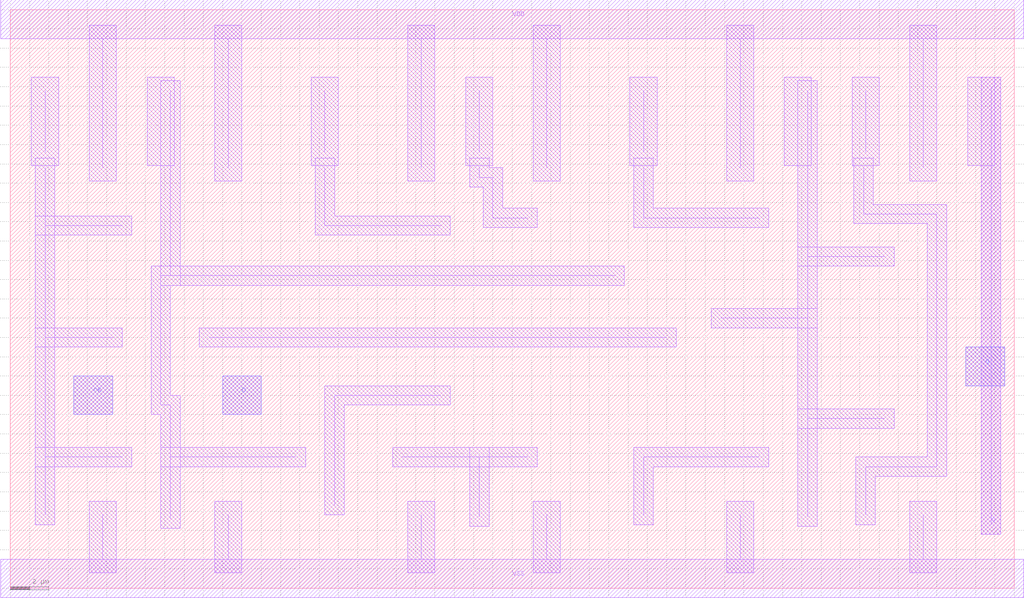
<source format=lef>
VERSION 5.5 ;
NAMESCASESENSITIVE ON ;
BUSBITCHARS "[]" ;
DIVIDERCHAR "/" ;

MACRO dff1
  CLASS CORE ;
  SOURCE USER ;
  ORIGIN 0 0 ;
  SIZE 52.000 BY 30.000 ;
  SYMMETRY X Y ;
  SITE unit ;
  
  PIN CK
    USE SIGNAL ; ;
    PORT
      LAYER ML2 ;
        POLYGON 3.300 9.000  3.300 11.000  5.300 11.000  5.300 9.000  3.300 
        9.000  ;
    END
    PORT
      LAYER ML1 ;
        POLYGON 3.300 9.000  3.300 11.000  5.300 11.000  5.300 9.000  3.300 
        9.000  ;
    END
  END CK
  PIN D
    USE SIGNAL ; ;
    PORT
      LAYER ML1 ;
        POLYGON 11.000 9.000  11.000 11.000  13.000 11.000  13.000 9.000  
        11.000 9.000  ;
    END
    PORT
      LAYER ML2 ;
        POLYGON 11.000 9.000  11.000 11.000  13.000 11.000  13.000 9.000  
        11.000 9.000  ;
    END
  END D
  PIN Q
    USE SIGNAL ; ;
    PORT
      LAYER ML1 ;
        WIDTH 1.000  ;
        PATH 50.800 3.300 50.800 26.000  ;
    END
    PORT
      LAYER ML1 ;
        POLYGON 49.500 10.500  49.500 12.500  51.500 12.500  51.500 10.500  
        49.500 10.500  ;
    END
    PORT
      LAYER ML2 ;
        POLYGON 49.500 10.500  49.500 12.500  51.500 12.500  51.500 10.500  
        49.500 10.500  ;
    END
  END Q
  PIN VDD
    USE POWER ;
    PORT
      LAYER ML1 ;
        RECT -0.500 28.500  52.500 30.500  ;
    END
  END VDD
  PIN VSS
     USE GROUND ;
    PORT
      LAYER ML1 ;
        RECT -0.500 -0.500  52.500 1.500  ;
    END
  END VSS
  OBS

    LAYER ML1 ;
      WIDTH 1.400  ;
      PATH 1.800 22.600 1.800 25.800  ;

      WIDTH 1.400  ;
      PATH 50.300 22.600 50.300 25.800  ;
      WIDTH 1.000  ;
      PATH 1.800 3.800 1.800 21.800  ;
      WIDTH 1.000  ;
      PATH 5.800 18.800 1.800 18.800  ;
      WIDTH 1.000  ;
      PATH 5.300 13.000 1.800 13.000  ;
      WIDTH 1.000  ;
      PATH 5.800 6.800 1.800 6.800  ;
      WIDTH 1.000  ;
      PATH 8.300 25.800 8.300 16.200  ;
      WIDTH 1.000  ;
      PATH 14.800 6.800 8.300 6.800  ;
      WIDTH 1.000  ;
      PATH 8.300 3.600 8.300 9.500 7.800 9.500 7.800 16.200 31.300 16.200  ;
      WIDTH 1.000  ;
      PATH 16.300 21.800 16.300 18.800 22.300 18.800  ;
      WIDTH 1.000  ;
      PATH 26.800 19.200 25.000 19.200 25.000 21.300 24.300 21.300 24.300 
      21.800  ;
      WIDTH 1.000  ;
      PATH 38.800 19.200 32.800 19.200 32.800 21.800  ;
      WIDTH 1.000  ;
      PATH 41.300 25.800 41.300 3.700  ;
      WIDTH 1.000  ;
      PATH 45.300 8.800 41.300 8.800  ;
      WIDTH 1.000  ;
      PATH 36.800 14.000 41.300 14.000  ;
      WIDTH 1.000  ;
      PATH 45.300 17.200 41.300 17.200  ;
      WIDTH 1.000  ;
      PATH 20.300 6.800 26.800 6.800  ;
      WIDTH 1.000  ;
      PATH 24.300 6.800 24.300 3.700  ;
      WIDTH 1.000  ;
      PATH 32.800 3.800 32.800 6.800 38.800 6.800  ;
      WIDTH 1.000  ;
      PATH 44.300 3.800 44.300 6.300 48.000 6.300 48.000 19.400 44.200 19.400 
      44.200 21.800  ;
      WIDTH 1.000  ;
      PATH 50.800 3.300 50.800 26.000  ;
      WIDTH 1.400  ;
      PATH 7.800 22.600 7.800 25.800  ;
      WIDTH 1.400  ;
      PATH 16.300 22.600 16.300 25.800  ;
      WIDTH 1.400  ;
      PATH 24.300 22.600 24.300 25.800  ;
      WIDTH 1.400  ;
      PATH 32.800 22.600 32.800 25.800  ;
      WIDTH 1.400  ;
      PATH 40.800 22.600 40.800 25.800  ;
      WIDTH 1.400  ;
      PATH 44.300 22.600 44.300 25.800  ;
      WIDTH 1.400  ;
      PATH 50.300 22.600 50.300 25.800  ;

      WIDTH 1.400  ;
      PATH 4.800 3.800 4.800 1.500  ;
      WIDTH 1.400  ;
      PATH 11.300 3.800 11.300 1.500  ;
      WIDTH 1.400  ;
      PATH 21.300 3.800 21.300 1.500  ;
      WIDTH 1.400  ;
      PATH 27.800 3.800 27.800 1.500  ;
      WIDTH 1.400  ;
      PATH 37.800 3.800 37.800 1.500  ;
      WIDTH 1.400  ;
      PATH 47.300 3.800 47.300 1.500  ;
      WIDTH 1.400  ;
      PATH 4.800 21.800 4.800 28.500  ;
      WIDTH 1.400  ;
      PATH 11.300 21.800 11.300 28.500  ;
      WIDTH 1.400  ;
      PATH 21.300 21.800 21.300 28.500  ;
      WIDTH 1.400  ;
      PATH 27.800 21.800 27.800 28.500  ;
      WIDTH 1.400  ;
      PATH 37.800 21.800 37.800 28.500  ;
      WIDTH 1.400  ;
      PATH 47.300 21.800 47.300 28.500  ;

      WIDTH 1.000  ;
      PATH 10.300 13.000 34.000 13.000  ;
      WIDTH 1.000  ;
      PATH 22.300 10.000 16.800 10.000 16.800 4.300  ;

    VIA 22.300 18.700  pcont ;
    VIA 20.300 6.800  pcont ;
    VIA 17.300 16.000  pcont ;
    VIA 15.300 13.000  pcont ;
    VIA 14.800 6.800  pcont ;
    VIA 5.800 18.800  pcont ;
    VIA 10.300 13.000  pcont ;
    VIA 5.300 13.000  pcont ;
    VIA 5.800 6.800  pcont ;
    VIA 4.300 10.000  pcont ;
    VIA 12.000 10.000  pcont ;
    VIA 22.300 10.000  pcont ;
    VIA 26.800 6.800  pcont ;
    VIA 26.800 18.700  pcont ;
    VIA 28.800 13.000  pcont ;
    VIA 31.800 16.700  pcont ;
    VIA 33.800 13.700  pcont ;
    VIA 36.800 14.000  pcont ;
    VIA 38.800 6.800  pcont ;
    VIA 38.800 18.700  pcont ;
    VIA 45.300 8.800  pcont ;
    VIA 48.300 6.800  pcont ;
    VIA 48.300 18.900  pcont ;
    VIA 45.300 17.200  pcont ;
    VIA 46.000 0.500  psubcont ;
    VIA 27.700 0.500  psubcont ;
    VIA 10.200 0.500  psubcont ;
    VIA 27.700 29.500  nsubcont ;
    VIA 10.200 29.500  nsubcont ;
    VIA 46.000 29.500  nsubcont ;
    VIA 11.300 3.800  dcont ;
    VIA 16.300 3.800  dcont ;
    VIA 21.300 3.800  dcont ;
    VIA 24.300 3.800  dcont ;
    VIA 27.800 3.800  dcont ;
    VIA 32.800 3.800  dcont ;
    VIA 37.800 3.800  dcont ;
    VIA 40.800 3.800  dcont ;
    VIA 44.300 3.800  dcont ;
    VIA 47.300 3.800  dcont ;
    VIA 50.300 3.800  dcont ;
    VIA 7.800 3.800  dcont ;
    VIA 4.800 3.800  dcont ;
    VIA 1.800 3.800  dcont ;
    VIA 1.800 25.800  dcont ;
    VIA 1.800 23.800  dcont ;
    VIA 1.800 21.800  dcont ;
    VIA 4.800 21.800  dcont ;
    VIA 4.800 23.800  dcont ;
    VIA 4.800 25.800  dcont ;
    VIA 7.800 25.800  dcont ;
    VIA 7.800 23.800  dcont ;
    VIA 7.800 21.800  dcont ;
    VIA 11.300 21.800  dcont ;
    VIA 11.300 23.800  dcont ;
    VIA 11.300 25.800  dcont ;
    VIA 16.300 25.800  dcont ;
    VIA 16.300 23.800  dcont ;
    VIA 16.300 21.800  dcont ;
    VIA 21.300 21.800  dcont ;
    VIA 21.300 23.800  dcont ;
    VIA 21.300 25.800  dcont ;
    VIA 24.300 25.800  dcont ;
    VIA 24.300 23.800  dcont ;
    VIA 24.300 21.800  dcont ;
    VIA 27.800 21.800  dcont ;
    VIA 27.800 23.800  dcont ;
    VIA 27.800 25.800  dcont ;
    VIA 32.800 25.800  dcont ;
    VIA 32.800 23.800  dcont ;
    VIA 32.800 21.800  dcont ;
    VIA 37.800 21.800  dcont ;
    VIA 37.800 23.800  dcont ;
    VIA 37.800 25.800  dcont ;
    VIA 40.800 25.800  dcont ;
    VIA 40.800 23.800  dcont ;
    VIA 40.800 21.800  dcont ;
    VIA 44.300 25.800  dcont ;
    VIA 44.300 23.800  dcont ;
    VIA 44.300 21.800  dcont ;
    VIA 47.300 21.800  dcont ;
    VIA 47.300 23.800  dcont ;
    VIA 47.300 25.800  dcont ;
    VIA 50.300 25.800  dcont ;
    VIA 50.300 23.800  dcont ;
    VIA 50.300 21.800  dcont ;
  END
END dff1

MACRO pcont
  CLASS CORE ;
  OBS
    LAYER ML1 ;
      RECT -1.000 -1.000  1.000 1.000  ;
  END
END pcont

MACRO psubcont
  CLASS CORE ;
  OBS
    LAYER ML1 ;
      RECT -1.000 -1.000  1.000 1.000  ;
  END
END psubcont

MACRO nsubcont
  CLASS CORE ;
  OBS
    LAYER ML1 ;
      RECT -1.000 -1.000  1.000 1.000  ;
  END
END nsubcont

MACRO dcont
  CLASS CORE ;
  OBS
    LAYER ML1 ;
      RECT -1.000 -1.000  1.000 1.000  ;
  END
END dcont


END LIBRARY

</source>
